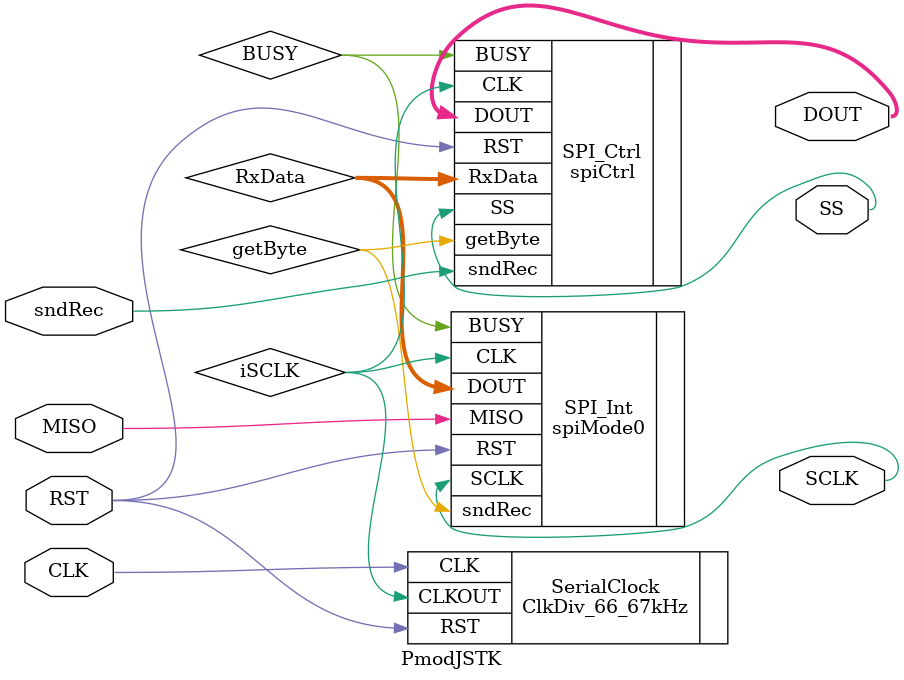
<source format=v>
`timescale 1ns / 1ps

// ==============================================================================
// 										  Define Module
// ==============================================================================
module PmodJSTK(
			CLK,
			RST,
			sndRec,
			MISO,
			SS,
			SCLK,
			DOUT
    );

// ===========================================================================
// 										Port Declarations
// ===========================================================================
			input CLK;						// 100MHz onboard clock
			input RST;						// Reset
			input sndRec;					// Send receive, initializes data read/write
			input MISO;						// Master in slave out
			output SS;						// Slave select, active low
			output SCLK;					// Serial clock
			output [39:0] DOUT;			// All data read from the slave

// ===========================================================================
// 							  Parameters, Regsiters, and Wires
// ===========================================================================

			// Output wires and registers
			wire SCLK;
			wire [39:0] DOUT;

			wire getByte;									// Initiates a data byte transfer in SPI_Int
			wire [7:0] RxData;							// Output data from SPI_Int
			wire BUSY;										// Handshake from SPI_Int to SPI_Ctrl
			

			// 66.67kHz Clock Divider, period 15us
			wire iSCLK;										// Internal serial clock,
																// not directly output to slave,
																// controls state machine, etc.

// ===========================================================================
// 										Implementation
// ===========================================================================

			//-----------------------------------------------
			//  	  				SPI Controller
			//-----------------------------------------------
			spiCtrl SPI_Ctrl(
					.CLK(iSCLK),
					.RST(RST),
					.sndRec(sndRec),
					.BUSY(BUSY),
					.RxData(RxData),
					.SS(SS),
					.getByte(getByte),
					.DOUT(DOUT)
			);

			//-----------------------------------------------
			//  	  				  SPI Mode 0
			//-----------------------------------------------
			spiMode0 SPI_Int(
					.CLK(iSCLK),
					.RST(RST),
					.sndRec(getByte),
					.MISO(MISO),
					.SCLK(SCLK),
					.BUSY(BUSY),
					.DOUT(RxData)
			);

			//-----------------------------------------------
			//  	  				SPI Controller
			//-----------------------------------------------
			ClkDiv_66_67kHz SerialClock(
					.CLK(CLK),
					.RST(RST),
					.CLKOUT(iSCLK)
			);

endmodule

</source>
